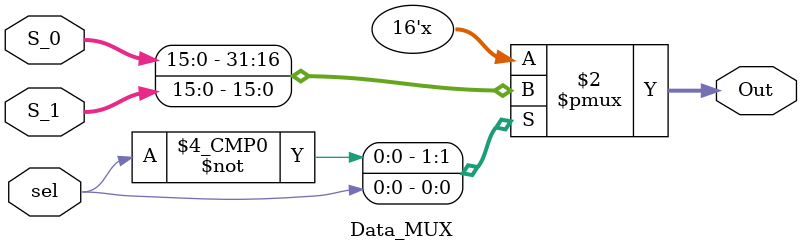
<source format=v>
`timescale 1ns / 1ps
module Data_MUX(S_1,S_0,sel,Out);
    input [15:0] S_0;
    input [15:0] S_1;
    input sel;
    output [15:0] Out;
	 reg [15:0] Out;
    
	 always @ (S_0,S_1,sel)
	 begin
		case(sel)
			0: Out = S_0;
			1: Out = S_1;
		endcase
	 end

endmodule

</source>
